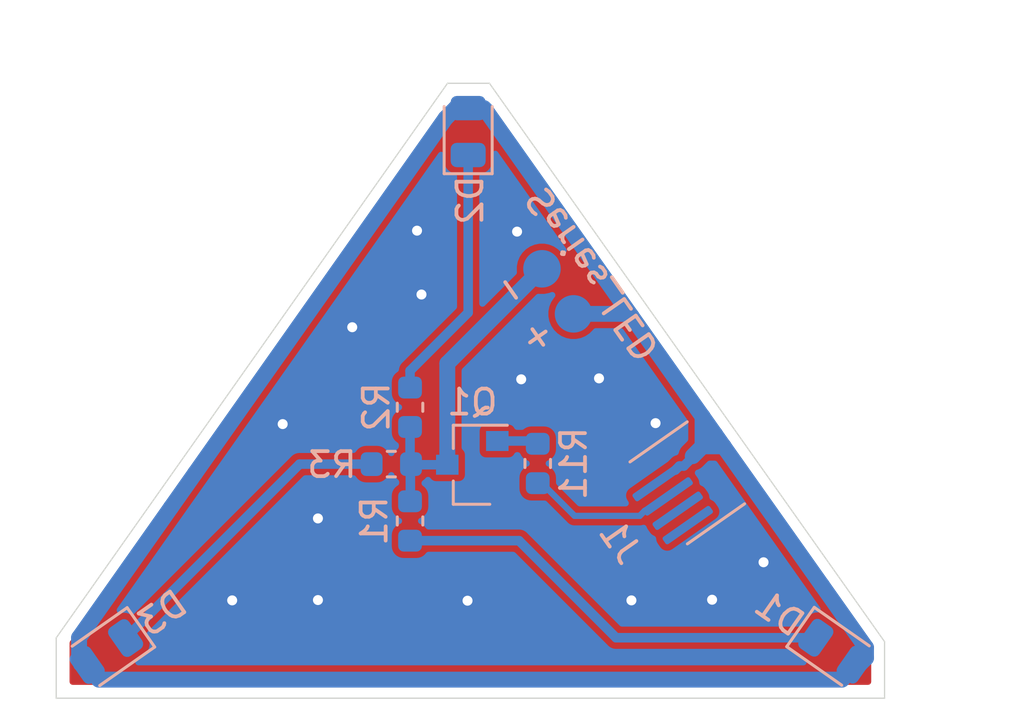
<source format=kicad_pcb>
(kicad_pcb (version 20171130) (host pcbnew "(5.1.6)-1")

  (general
    (thickness 1.6)
    (drawings 12)
    (tracks 80)
    (zones 0)
    (modules 10)
    (nets 11)
  )

  (page A4)
  (layers
    (0 F.Cu signal)
    (31 B.Cu signal)
    (32 B.Adhes user)
    (33 F.Adhes user)
    (34 B.Paste user)
    (35 F.Paste user)
    (36 B.SilkS user)
    (37 F.SilkS user)
    (38 B.Mask user)
    (39 F.Mask user)
    (40 Dwgs.User user)
    (41 Cmts.User user)
    (42 Eco1.User user)
    (43 Eco2.User user)
    (44 Edge.Cuts user)
    (45 Margin user)
    (46 B.CrtYd user)
    (47 F.CrtYd user)
    (48 B.Fab user hide)
    (49 F.Fab user hide)
  )

  (setup
    (last_trace_width 0.635)
    (user_trace_width 0.381)
    (user_trace_width 0.635)
    (user_trace_width 0.762)
    (trace_clearance 0.2)
    (zone_clearance 0.254)
    (zone_45_only no)
    (trace_min 0.2)
    (via_size 0.8)
    (via_drill 0.4)
    (via_min_size 0.4)
    (via_min_drill 0.3)
    (uvia_size 0.3)
    (uvia_drill 0.1)
    (uvias_allowed no)
    (uvia_min_size 0.2)
    (uvia_min_drill 0.1)
    (edge_width 0.05)
    (segment_width 0.2)
    (pcb_text_width 0.3)
    (pcb_text_size 1.5 1.5)
    (mod_edge_width 0.12)
    (mod_text_size 1 1)
    (mod_text_width 0.15)
    (pad_size 1.524 1.524)
    (pad_drill 0.762)
    (pad_to_mask_clearance 0.05)
    (aux_axis_origin 0 0)
    (visible_elements 7FFFFFFF)
    (pcbplotparams
      (layerselection 0x010fc_ffffffff)
      (usegerberextensions true)
      (usegerberattributes false)
      (usegerberadvancedattributes false)
      (creategerberjobfile false)
      (excludeedgelayer true)
      (linewidth 0.100000)
      (plotframeref false)
      (viasonmask false)
      (mode 1)
      (useauxorigin false)
      (hpglpennumber 1)
      (hpglpenspeed 20)
      (hpglpendiameter 15.000000)
      (psnegative false)
      (psa4output false)
      (plotreference true)
      (plotvalue true)
      (plotinvisibletext false)
      (padsonsilk false)
      (subtractmaskfromsilk false)
      (outputformat 1)
      (mirror false)
      (drillshape 0)
      (scaleselection 1)
      (outputdirectory "LED_A1.0-gerber/"))
  )

  (net 0 "")
  (net 1 +5V)
  (net 2 /LED_R)
  (net 3 /LED_G)
  (net 4 /LED_B)
  (net 5 Earth)
  (net 6 /LED_G_O)
  (net 7 "Net-(D1-Pad1)")
  (net 8 "Net-(D2-Pad1)")
  (net 9 "Net-(D3-Pad1)")
  (net 10 "Net-(Q1-Pad1)")

  (net_class Default "This is the default net class."
    (clearance 0.2)
    (trace_width 0.25)
    (via_dia 0.8)
    (via_drill 0.4)
    (uvia_dia 0.3)
    (uvia_drill 0.1)
    (add_net +5V)
    (add_net /LED_B)
    (add_net /LED_G)
    (add_net /LED_G_O)
    (add_net /LED_R)
    (add_net Earth)
    (add_net "Net-(D1-Pad1)")
    (add_net "Net-(D2-Pad1)")
    (add_net "Net-(D3-Pad1)")
    (add_net "Net-(Q1-Pad1)")
  )

  (module SamacSys_Parts:Pad-2.2mm_1.5x1.5 (layer B.Cu) (tedit 5F70705C) (tstamp 5FE1F34C)
    (at 40.5257 22.7203 125)
    (path /5FE1F44E)
    (fp_text reference J2 (at 0.127 -4.953 -55) (layer B.SilkS) hide
      (effects (font (size 1 1) (thickness 0.15)) (justify mirror))
    )
    (fp_text value series_LED (at 1.27 -2.413 -55) (layer B.Fab)
      (effects (font (size 1 1) (thickness 0.15)) (justify mirror))
    )
    (fp_circle (center -1.1 0) (end -0.3 0) (layer B.Fab) (width 0.12))
    (fp_circle (center 1.1 0) (end 1.9 0) (layer B.Fab) (width 0.12))
    (pad 1 smd circle (at -1.1 0 125) (size 1.5 1.5) (layers B.Cu B.Paste B.Mask)
      (net 1 +5V))
    (pad 2 smd circle (at 1.1 0 125) (size 1.5 1.5) (layers B.Cu B.Paste B.Mask)
      (net 6 /LED_G_O))
  )

  (module Resistor_SMD:R_0603_1608Metric (layer B.Cu) (tedit 5B301BBD) (tstamp 5FE0CD17)
    (at 33.8709 29.6291 180)
    (descr "Resistor SMD 0603 (1608 Metric), square (rectangular) end terminal, IPC_7351 nominal, (Body size source: http://www.tortai-tech.com/upload/download/2011102023233369053.pdf), generated with kicad-footprint-generator")
    (tags resistor)
    (path /5FD27695)
    (attr smd)
    (fp_text reference R3 (at 2.3749 -0.0254 180) (layer B.SilkS)
      (effects (font (size 1 1) (thickness 0.15)) (justify mirror))
    )
    (fp_text value 470R (at 0 -1.429999 180) (layer B.Fab)
      (effects (font (size 1 1) (thickness 0.15)) (justify mirror))
    )
    (fp_line (start -0.8 -0.4) (end -0.8 0.4) (layer B.Fab) (width 0.1))
    (fp_line (start -0.8 0.4) (end 0.8 0.4) (layer B.Fab) (width 0.1))
    (fp_line (start 0.8 0.4) (end 0.8 -0.4) (layer B.Fab) (width 0.1))
    (fp_line (start 0.8 -0.4) (end -0.8 -0.4) (layer B.Fab) (width 0.1))
    (fp_line (start -0.162779 0.51) (end 0.162779 0.51) (layer B.SilkS) (width 0.12))
    (fp_line (start -0.162779 -0.51) (end 0.162779 -0.51) (layer B.SilkS) (width 0.12))
    (fp_line (start -1.48 -0.73) (end -1.48 0.73) (layer B.CrtYd) (width 0.05))
    (fp_line (start -1.48 0.73) (end 1.48 0.73) (layer B.CrtYd) (width 0.05))
    (fp_line (start 1.48 0.73) (end 1.48 -0.73) (layer B.CrtYd) (width 0.05))
    (fp_line (start 1.48 -0.73) (end -1.48 -0.73) (layer B.CrtYd) (width 0.05))
    (fp_text user %R (at 0 0 180) (layer B.Fab)
      (effects (font (size 0.4 0.4) (thickness 0.06)) (justify mirror))
    )
    (pad 2 smd roundrect (at 0.7875 0 180) (size 0.875 0.95) (layers B.Cu B.Paste B.Mask) (roundrect_rratio 0.25)
      (net 9 "Net-(D3-Pad1)"))
    (pad 1 smd roundrect (at -0.7875 0 180) (size 0.875 0.95) (layers B.Cu B.Paste B.Mask) (roundrect_rratio 0.25)
      (net 6 /LED_G_O))
    (model ${KISYS3DMOD}/Resistor_SMD.3dshapes/R_0603_1608Metric.wrl
      (at (xyz 0 0 0))
      (scale (xyz 1 1 1))
      (rotate (xyz 0 0 0))
    )
  )

  (module Resistor_SMD:R_0603_1608Metric (layer B.Cu) (tedit 5B301BBD) (tstamp 5FE0CD06)
    (at 34.6202 27.3558 90)
    (descr "Resistor SMD 0603 (1608 Metric), square (rectangular) end terminal, IPC_7351 nominal, (Body size source: http://www.tortai-tech.com/upload/download/2011102023233369053.pdf), generated with kicad-footprint-generator")
    (tags resistor)
    (path /5FD27169)
    (attr smd)
    (fp_text reference R2 (at 0.0127 -1.3462 270) (layer B.SilkS)
      (effects (font (size 1 1) (thickness 0.15)) (justify mirror))
    )
    (fp_text value 470R (at 0 -1.43 270) (layer B.Fab)
      (effects (font (size 1 1) (thickness 0.15)) (justify mirror))
    )
    (fp_line (start -0.8 -0.4) (end -0.8 0.4) (layer B.Fab) (width 0.1))
    (fp_line (start -0.8 0.4) (end 0.8 0.4) (layer B.Fab) (width 0.1))
    (fp_line (start 0.8 0.4) (end 0.8 -0.4) (layer B.Fab) (width 0.1))
    (fp_line (start 0.8 -0.4) (end -0.8 -0.4) (layer B.Fab) (width 0.1))
    (fp_line (start -0.162779 0.51) (end 0.162779 0.51) (layer B.SilkS) (width 0.12))
    (fp_line (start -0.162779 -0.51) (end 0.162779 -0.51) (layer B.SilkS) (width 0.12))
    (fp_line (start -1.48 -0.73) (end -1.48 0.73) (layer B.CrtYd) (width 0.05))
    (fp_line (start -1.48 0.73) (end 1.48 0.73) (layer B.CrtYd) (width 0.05))
    (fp_line (start 1.48 0.73) (end 1.48 -0.73) (layer B.CrtYd) (width 0.05))
    (fp_line (start 1.48 -0.73) (end -1.48 -0.73) (layer B.CrtYd) (width 0.05))
    (fp_text user %R (at 0 0 270) (layer B.Fab)
      (effects (font (size 0.4 0.4) (thickness 0.06)) (justify mirror))
    )
    (pad 2 smd roundrect (at 0.7875 0 90) (size 0.875 0.95) (layers B.Cu B.Paste B.Mask) (roundrect_rratio 0.25)
      (net 8 "Net-(D2-Pad1)"))
    (pad 1 smd roundrect (at -0.7875 0 90) (size 0.875 0.95) (layers B.Cu B.Paste B.Mask) (roundrect_rratio 0.25)
      (net 6 /LED_G_O))
    (model ${KISYS3DMOD}/Resistor_SMD.3dshapes/R_0603_1608Metric.wrl
      (at (xyz 0 0 0))
      (scale (xyz 1 1 1))
      (rotate (xyz 0 0 0))
    )
  )

  (module Resistor_SMD:R_0603_1608Metric (layer B.Cu) (tedit 5B301BBD) (tstamp 5FE0CCF5)
    (at 34.6202 31.9024 270)
    (descr "Resistor SMD 0603 (1608 Metric), square (rectangular) end terminal, IPC_7351 nominal, (Body size source: http://www.tortai-tech.com/upload/download/2011102023233369053.pdf), generated with kicad-footprint-generator")
    (tags resistor)
    (path /5FD155E6)
    (attr smd)
    (fp_text reference R1 (at 0 1.43 90) (layer B.SilkS)
      (effects (font (size 1 1) (thickness 0.15)) (justify mirror))
    )
    (fp_text value 470R (at 0 -1.43 90) (layer B.Fab)
      (effects (font (size 1 1) (thickness 0.15)) (justify mirror))
    )
    (fp_line (start -0.8 -0.4) (end -0.8 0.4) (layer B.Fab) (width 0.1))
    (fp_line (start -0.8 0.4) (end 0.8 0.4) (layer B.Fab) (width 0.1))
    (fp_line (start 0.8 0.4) (end 0.8 -0.4) (layer B.Fab) (width 0.1))
    (fp_line (start 0.8 -0.4) (end -0.8 -0.4) (layer B.Fab) (width 0.1))
    (fp_line (start -0.162779 0.51) (end 0.162779 0.51) (layer B.SilkS) (width 0.12))
    (fp_line (start -0.162779 -0.51) (end 0.162779 -0.51) (layer B.SilkS) (width 0.12))
    (fp_line (start -1.48 -0.73) (end -1.48 0.73) (layer B.CrtYd) (width 0.05))
    (fp_line (start -1.48 0.73) (end 1.48 0.73) (layer B.CrtYd) (width 0.05))
    (fp_line (start 1.48 0.73) (end 1.48 -0.73) (layer B.CrtYd) (width 0.05))
    (fp_line (start 1.48 -0.73) (end -1.48 -0.73) (layer B.CrtYd) (width 0.05))
    (fp_text user %R (at 0 0 90) (layer B.Fab)
      (effects (font (size 0.4 0.4) (thickness 0.06)) (justify mirror))
    )
    (pad 2 smd roundrect (at 0.7875 0 270) (size 0.875 0.95) (layers B.Cu B.Paste B.Mask) (roundrect_rratio 0.25)
      (net 7 "Net-(D1-Pad1)"))
    (pad 1 smd roundrect (at -0.7875 0 270) (size 0.875 0.95) (layers B.Cu B.Paste B.Mask) (roundrect_rratio 0.25)
      (net 6 /LED_G_O))
    (model ${KISYS3DMOD}/Resistor_SMD.3dshapes/R_0603_1608Metric.wrl
      (at (xyz 0 0 0))
      (scale (xyz 1 1 1))
      (rotate (xyz 0 0 0))
    )
  )

  (module Resistor_SMD:R_0603_1608Metric (layer B.Cu) (tedit 5B301BBD) (tstamp 5FE0C8E0)
    (at 39.7256 29.6037 270)
    (descr "Resistor SMD 0603 (1608 Metric), square (rectangular) end terminal, IPC_7351 nominal, (Body size source: http://www.tortai-tech.com/upload/download/2011102023233369053.pdf), generated with kicad-footprint-generator")
    (tags resistor)
    (path /5FD67172)
    (attr smd)
    (fp_text reference R11 (at 0 -1.4351 270) (layer B.SilkS)
      (effects (font (size 1 1) (thickness 0.15)) (justify mirror))
    )
    (fp_text value 1K (at 0 -1.43 270) (layer B.Fab)
      (effects (font (size 1 1) (thickness 0.15)) (justify mirror))
    )
    (fp_line (start -0.8 -0.4) (end -0.8 0.4) (layer B.Fab) (width 0.1))
    (fp_line (start -0.8 0.4) (end 0.8 0.4) (layer B.Fab) (width 0.1))
    (fp_line (start 0.8 0.4) (end 0.8 -0.4) (layer B.Fab) (width 0.1))
    (fp_line (start 0.8 -0.4) (end -0.8 -0.4) (layer B.Fab) (width 0.1))
    (fp_line (start -0.162779 0.51) (end 0.162779 0.51) (layer B.SilkS) (width 0.12))
    (fp_line (start -0.162779 -0.51) (end 0.162779 -0.51) (layer B.SilkS) (width 0.12))
    (fp_line (start -1.48 -0.73) (end -1.48 0.73) (layer B.CrtYd) (width 0.05))
    (fp_line (start -1.48 0.73) (end 1.48 0.73) (layer B.CrtYd) (width 0.05))
    (fp_line (start 1.48 0.73) (end 1.48 -0.73) (layer B.CrtYd) (width 0.05))
    (fp_line (start 1.48 -0.73) (end -1.48 -0.73) (layer B.CrtYd) (width 0.05))
    (fp_text user %R (at 0 0 270) (layer B.Fab)
      (effects (font (size 0.4 0.4) (thickness 0.06)) (justify mirror))
    )
    (pad 2 smd roundrect (at 0.7875 0 270) (size 0.875 0.95) (layers B.Cu B.Paste B.Mask) (roundrect_rratio 0.25)
      (net 3 /LED_G))
    (pad 1 smd roundrect (at -0.7875 0 270) (size 0.875 0.95) (layers B.Cu B.Paste B.Mask) (roundrect_rratio 0.25)
      (net 10 "Net-(Q1-Pad1)"))
    (model ${KISYS3DMOD}/Resistor_SMD.3dshapes/R_0603_1608Metric.wrl
      (at (xyz 0 0 0))
      (scale (xyz 1 1 1))
      (rotate (xyz 0 0 0))
    )
  )

  (module Package_TO_SOT_SMD:SOT-23 (layer B.Cu) (tedit 5A02FF57) (tstamp 5FE0C89F)
    (at 37.1094 29.6545 180)
    (descr "SOT-23, Standard")
    (tags SOT-23)
    (path /5FE0C886)
    (attr smd)
    (fp_text reference Q1 (at 0 2.5 180) (layer B.SilkS)
      (effects (font (size 1 1) (thickness 0.15)) (justify mirror))
    )
    (fp_text value SS8050 (at 0 -2.5 180) (layer B.Fab)
      (effects (font (size 1 1) (thickness 0.15)) (justify mirror))
    )
    (fp_line (start -0.7 0.95) (end -0.7 -1.5) (layer B.Fab) (width 0.1))
    (fp_line (start -0.15 1.52) (end 0.7 1.52) (layer B.Fab) (width 0.1))
    (fp_line (start -0.7 0.95) (end -0.15 1.52) (layer B.Fab) (width 0.1))
    (fp_line (start 0.7 1.52) (end 0.7 -1.52) (layer B.Fab) (width 0.1))
    (fp_line (start -0.7 -1.52) (end 0.7 -1.52) (layer B.Fab) (width 0.1))
    (fp_line (start 0.76 -1.58) (end 0.76 -0.65) (layer B.SilkS) (width 0.12))
    (fp_line (start 0.76 1.58) (end 0.76 0.65) (layer B.SilkS) (width 0.12))
    (fp_line (start -1.7 1.75) (end 1.7 1.75) (layer B.CrtYd) (width 0.05))
    (fp_line (start 1.7 1.75) (end 1.7 -1.75) (layer B.CrtYd) (width 0.05))
    (fp_line (start 1.7 -1.75) (end -1.7 -1.75) (layer B.CrtYd) (width 0.05))
    (fp_line (start -1.7 -1.75) (end -1.7 1.75) (layer B.CrtYd) (width 0.05))
    (fp_line (start 0.76 1.58) (end -1.4 1.58) (layer B.SilkS) (width 0.12))
    (fp_line (start 0.76 -1.58) (end -0.7 -1.58) (layer B.SilkS) (width 0.12))
    (fp_text user %R (at 0 0 90) (layer B.Fab)
      (effects (font (size 0.5 0.5) (thickness 0.075)) (justify mirror))
    )
    (pad 3 smd rect (at 1 0 180) (size 0.9 0.8) (layers B.Cu B.Paste B.Mask)
      (net 6 /LED_G_O))
    (pad 2 smd rect (at -1 -0.95 180) (size 0.9 0.8) (layers B.Cu B.Paste B.Mask)
      (net 5 Earth))
    (pad 1 smd rect (at -1 0.95 180) (size 0.9 0.8) (layers B.Cu B.Paste B.Mask)
      (net 10 "Net-(Q1-Pad1)"))
    (model ${KISYS3DMOD}/Package_TO_SOT_SMD.3dshapes/SOT-23.wrl
      (at (xyz 0 0 0))
      (scale (xyz 1 1 1))
      (rotate (xyz 0 0 0))
    )
  )

  (module LED_SMD:LED_0805_2012Metric (layer B.Cu) (tedit 5B36C52C) (tstamp 5FE0C876)
    (at 22.479 37.1221 215)
    (descr "LED SMD 0805 (2012 Metric), square (rectangular) end terminal, IPC_7351 nominal, (Body size source: https://docs.google.com/spreadsheets/d/1BsfQQcO9C6DZCsRaXUlFlo91Tg2WpOkGARC1WS5S8t0/edit?usp=sharing), generated with kicad-footprint-generator")
    (tags diode)
    (path /5FE09724)
    (attr smd)
    (fp_text reference D3 (at -2.715502 -0.040955 35) (layer B.SilkS)
      (effects (font (size 1 1) (thickness 0.15)) (justify mirror))
    )
    (fp_text value LED (at 0 -1.65 35) (layer B.Fab)
      (effects (font (size 1 1) (thickness 0.15)) (justify mirror))
    )
    (fp_line (start 1 0.6) (end -0.7 0.6) (layer B.Fab) (width 0.1))
    (fp_line (start -0.7 0.6) (end -1 0.3) (layer B.Fab) (width 0.1))
    (fp_line (start -1 0.3) (end -1 -0.6) (layer B.Fab) (width 0.1))
    (fp_line (start -1 -0.6) (end 1 -0.6) (layer B.Fab) (width 0.1))
    (fp_line (start 1 -0.6) (end 1 0.6) (layer B.Fab) (width 0.1))
    (fp_line (start 1 0.96) (end -1.685 0.96) (layer B.SilkS) (width 0.12))
    (fp_line (start -1.685 0.96) (end -1.685 -0.96) (layer B.SilkS) (width 0.12))
    (fp_line (start -1.685 -0.96) (end 1 -0.96) (layer B.SilkS) (width 0.12))
    (fp_line (start -1.68 -0.95) (end -1.68 0.95) (layer B.CrtYd) (width 0.05))
    (fp_line (start -1.68 0.95) (end 1.68 0.95) (layer B.CrtYd) (width 0.05))
    (fp_line (start 1.68 0.95) (end 1.68 -0.95) (layer B.CrtYd) (width 0.05))
    (fp_line (start 1.68 -0.95) (end -1.68 -0.95) (layer B.CrtYd) (width 0.05))
    (fp_text user %R (at 0 0 35) (layer B.Fab)
      (effects (font (size 0.5 0.5) (thickness 0.08)) (justify mirror))
    )
    (pad 2 smd roundrect (at 0.9375 0 215) (size 0.975 1.4) (layers B.Cu B.Paste B.Mask) (roundrect_rratio 0.25)
      (net 1 +5V))
    (pad 1 smd roundrect (at -0.9375 0 215) (size 0.975 1.4) (layers B.Cu B.Paste B.Mask) (roundrect_rratio 0.25)
      (net 9 "Net-(D3-Pad1)"))
    (model ${KISYS3DMOD}/LED_SMD.3dshapes/LED_0805_2012Metric.wrl
      (at (xyz 0 0 0))
      (scale (xyz 1 1 1))
      (rotate (xyz 0 0 0))
    )
  )

  (module LED_SMD:LED_0805_2012Metric (layer B.Cu) (tedit 5B36C52C) (tstamp 5FE0C863)
    (at 36.9443 16.3322 90)
    (descr "LED SMD 0805 (2012 Metric), square (rectangular) end terminal, IPC_7351 nominal, (Body size source: https://docs.google.com/spreadsheets/d/1BsfQQcO9C6DZCsRaXUlFlo91Tg2WpOkGARC1WS5S8t0/edit?usp=sharing), generated with kicad-footprint-generator")
    (tags diode)
    (path /5FE09345)
    (attr smd)
    (fp_text reference D2 (at -2.7432 0.0762 270) (layer B.SilkS)
      (effects (font (size 1 1) (thickness 0.15)) (justify mirror))
    )
    (fp_text value LED (at 0 -1.65 270) (layer B.Fab)
      (effects (font (size 1 1) (thickness 0.15)) (justify mirror))
    )
    (fp_line (start 1 0.6) (end -0.7 0.6) (layer B.Fab) (width 0.1))
    (fp_line (start -0.7 0.6) (end -1 0.3) (layer B.Fab) (width 0.1))
    (fp_line (start -1 0.3) (end -1 -0.6) (layer B.Fab) (width 0.1))
    (fp_line (start -1 -0.6) (end 1 -0.6) (layer B.Fab) (width 0.1))
    (fp_line (start 1 -0.6) (end 1 0.6) (layer B.Fab) (width 0.1))
    (fp_line (start 1 0.96) (end -1.685 0.96) (layer B.SilkS) (width 0.12))
    (fp_line (start -1.685 0.96) (end -1.685 -0.96) (layer B.SilkS) (width 0.12))
    (fp_line (start -1.685 -0.96) (end 1 -0.96) (layer B.SilkS) (width 0.12))
    (fp_line (start -1.68 -0.95) (end -1.68 0.95) (layer B.CrtYd) (width 0.05))
    (fp_line (start -1.68 0.95) (end 1.68 0.95) (layer B.CrtYd) (width 0.05))
    (fp_line (start 1.68 0.95) (end 1.68 -0.95) (layer B.CrtYd) (width 0.05))
    (fp_line (start 1.68 -0.95) (end -1.68 -0.95) (layer B.CrtYd) (width 0.05))
    (fp_text user %R (at 0 0 270) (layer B.Fab)
      (effects (font (size 0.5 0.5) (thickness 0.08)) (justify mirror))
    )
    (pad 2 smd roundrect (at 0.9375 0 90) (size 0.975 1.4) (layers B.Cu B.Paste B.Mask) (roundrect_rratio 0.25)
      (net 1 +5V))
    (pad 1 smd roundrect (at -0.9375 0 90) (size 0.975 1.4) (layers B.Cu B.Paste B.Mask) (roundrect_rratio 0.25)
      (net 8 "Net-(D2-Pad1)"))
    (model ${KISYS3DMOD}/LED_SMD.3dshapes/LED_0805_2012Metric.wrl
      (at (xyz 0 0 0))
      (scale (xyz 1 1 1))
      (rotate (xyz 0 0 0))
    )
  )

  (module LED_SMD:LED_0805_2012Metric (layer B.Cu) (tedit 5B36C52C) (tstamp 5FE10BBD)
    (at 51.6128 37.1094 325)
    (descr "LED SMD 0805 (2012 Metric), square (rectangular) end terminal, IPC_7351 nominal, (Body size source: https://docs.google.com/spreadsheets/d/1BsfQQcO9C6DZCsRaXUlFlo91Tg2WpOkGARC1WS5S8t0/edit?usp=sharing), generated with kicad-footprint-generator")
    (tags diode)
    (path /5FE08357)
    (attr smd)
    (fp_text reference D1 (at -2.680127 0.047192 325) (layer B.SilkS)
      (effects (font (size 1 1) (thickness 0.15)) (justify mirror))
    )
    (fp_text value LED (at 0 -1.65 325) (layer B.Fab)
      (effects (font (size 1 1) (thickness 0.15)) (justify mirror))
    )
    (fp_line (start 1 0.6) (end -0.7 0.6) (layer B.Fab) (width 0.1))
    (fp_line (start -0.7 0.6) (end -1 0.3) (layer B.Fab) (width 0.1))
    (fp_line (start -1 0.3) (end -1 -0.6) (layer B.Fab) (width 0.1))
    (fp_line (start -1 -0.6) (end 1 -0.6) (layer B.Fab) (width 0.1))
    (fp_line (start 1 -0.6) (end 1 0.6) (layer B.Fab) (width 0.1))
    (fp_line (start 1 0.96) (end -1.685 0.96) (layer B.SilkS) (width 0.12))
    (fp_line (start -1.685 0.96) (end -1.685 -0.96) (layer B.SilkS) (width 0.12))
    (fp_line (start -1.685 -0.96) (end 1 -0.96) (layer B.SilkS) (width 0.12))
    (fp_line (start -1.68 -0.95) (end -1.68 0.95) (layer B.CrtYd) (width 0.05))
    (fp_line (start -1.68 0.95) (end 1.68 0.95) (layer B.CrtYd) (width 0.05))
    (fp_line (start 1.68 0.95) (end 1.68 -0.95) (layer B.CrtYd) (width 0.05))
    (fp_line (start 1.68 -0.95) (end -1.68 -0.95) (layer B.CrtYd) (width 0.05))
    (fp_text user %R (at 0 0 325) (layer B.Fab)
      (effects (font (size 0.5 0.5) (thickness 0.08)) (justify mirror))
    )
    (pad 2 smd roundrect (at 0.9375 0 325) (size 0.975 1.4) (layers B.Cu B.Paste B.Mask) (roundrect_rratio 0.25)
      (net 1 +5V))
    (pad 1 smd roundrect (at -0.9375 0 325) (size 0.975 1.4) (layers B.Cu B.Paste B.Mask) (roundrect_rratio 0.25)
      (net 7 "Net-(D1-Pad1)"))
    (model ${KISYS3DMOD}/LED_SMD.3dshapes/LED_0805_2012Metric.wrl
      (at (xyz 0 0 0))
      (scale (xyz 1 1 1))
      (rotate (xyz 0 0 0))
    )
  )

  (module SamacSys_Parts:FPC-0.7x5-Handsoldering (layer B.Cu) (tedit 5FCDE6A3) (tstamp 5FCF5916)
    (at 44.9072 30.8991 305)
    (path /5FCE2E5B)
    (fp_text reference J1 (at 0.436299 2.593718 305) (layer B.SilkS)
      (effects (font (size 1 1) (thickness 0.15)) (justify mirror))
    )
    (fp_text value Conn_01x05 (at 2.4765 0.5 305) (layer B.Fab)
      (effects (font (size 1 1) (thickness 0.15)) (justify mirror))
    )
    (fp_line (start 2.032 -2.3495) (end 2.032 0.4445) (layer B.SilkS) (width 0.12))
    (fp_line (start -1.9685 -2.3495) (end -1.9685 0.4445) (layer B.SilkS) (width 0.12))
    (pad 4 smd roundrect (at 0.7265 0 305) (size 0.35 2.3) (layers B.Cu B.Paste B.Mask) (roundrect_rratio 0.25)
      (net 2 /LED_R))
    (pad 3 smd roundrect (at 0.0265 0 305) (size 0.35 2.3) (layers B.Cu B.Paste B.Mask) (roundrect_rratio 0.25)
      (net 3 /LED_G))
    (pad 2 smd roundrect (at -0.6735 0 305) (size 0.35 2.3) (layers B.Cu B.Paste B.Mask) (roundrect_rratio 0.25)
      (net 1 +5V))
    (pad 5 smd roundrect (at 1.4265 0 305) (size 0.35 2.3) (layers B.Cu B.Paste B.Mask) (roundrect_rratio 0.25)
      (net 4 /LED_B))
    (pad 1 smd roundrect (at -1.3735 0 305) (size 0.35 2.3) (layers B.Cu B.Paste B.Mask) (roundrect_rratio 0.25)
      (net 5 Earth))
  )

  (gr_text Series_LED (at 41.9227 22.0218 125) (layer B.SilkS)
    (effects (font (size 1 1) (thickness 0.15)) (justify mirror))
  )
  (gr_text - (at 38.5826 22.7076 125) (layer B.SilkS) (tstamp 5FE1FA1C)
    (effects (font (size 1 1) (thickness 0.15)) (justify mirror))
  )
  (gr_text + (at 39.6875 24.4856 35) (layer B.SilkS)
    (effects (font (size 1 1) (thickness 0.15)) (justify mirror))
  )
  (gr_line (start 36.1188 14.4018) (end 37.7952 14.4018) (layer Edge.Cuts) (width 0.05))
  (gr_line (start 53.594 38.989) (end 53.594 36.7284) (layer Edge.Cuts) (width 0.05))
  (gr_line (start 20.4724 36.576) (end 20.4724 38.989) (layer Edge.Cuts) (width 0.05))
  (gr_line (start 20.4724 38.989) (end 53.594 38.989) (layer Edge.Cuts) (width 0.05) (tstamp 5FCEDBFC))
  (gr_line (start 53.594 36.7284) (end 37.7952 14.4018) (layer Edge.Cuts) (width 0.05) (tstamp 5FCEDBF8))
  (gr_line (start 20.4724 36.576) (end 36.1188 14.4018) (layer Edge.Cuts) (width 0.05) (tstamp 5FCEDBEF))
  (gr_line (start 22 37.338) (end 36.957 16.0655) (layer Cmts.User) (width 0.05) (tstamp 5FCE8731))
  (gr_line (start 52 37.338) (end 36.957 16.0655) (layer Cmts.User) (width 0.05) (tstamp 5FCE7F3F))
  (gr_line (start 22 37.338) (end 52 37.338) (layer Cmts.User) (width 0.05))

  (segment (start 21.336 37.7626) (end 21.2964 37.723) (width 0.25) (layer B.Cu) (net 1))
  (segment (start 52.522872 37.710628) (end 52.85149 37.38201) (width 0.635) (layer B.Cu) (net 1))
  (segment (start 52.380755 37.710628) (end 52.522872 37.710628) (width 0.635) (layer B.Cu) (net 1))
  (segment (start 52.85149 37.38201) (end 52.85149 36.964537) (width 0.635) (layer B.Cu) (net 1))
  (segment (start 52.85149 36.964537) (end 51.095292 34.482707) (width 0.635) (layer B.Cu) (net 1))
  (segment (start 36.4467 15.3947) (end 36.9443 15.3947) (width 0.635) (layer B.Cu) (net 1))
  (segment (start 26.027542 29.99109) (end 36.03989 15.80151) (width 0.635) (layer B.Cu) (net 1))
  (segment (start 36.4467 15.3947) (end 36.03989 15.80151) (width 0.635) (layer B.Cu) (net 1))
  (segment (start 36.9443 15.3947) (end 37.5689 15.3947) (width 0.635) (layer B.Cu) (net 1))
  (segment (start 37.5689 15.3947) (end 37.634887 15.460687) (width 0.635) (layer B.Cu) (net 1))
  (segment (start 21.3868 36.567984) (end 21.3868 37.335583) (width 0.635) (layer B.Cu) (net 1))
  (segment (start 25.064231 31.356301) (end 21.3868 36.567984) (width 0.635) (layer B.Cu) (net 1))
  (segment (start 21.7678 37.8333) (end 21.7678 37.6047) (width 0.635) (layer B.Cu) (net 1))
  (segment (start 52.3875 37.7444) (end 51.88541 38.24649) (width 0.635) (layer B.Cu) (net 1))
  (segment (start 22.18099 38.24649) (end 21.7678 37.8333) (width 0.635) (layer B.Cu) (net 1))
  (segment (start 51.88541 38.24649) (end 22.18099 38.24649) (width 0.635) (layer B.Cu) (net 1))
  (segment (start 25.064231 31.356301) (end 26.027542 29.991089) (width 0.635) (layer B.Cu) (net 1))
  (segment (start 46.819695 28.440505) (end 46.794295 28.440505) (width 0.635) (layer B.Cu) (net 1))
  (segment (start 46.794295 28.440505) (end 46.3169 28.9179) (width 0.635) (layer B.Cu) (net 1))
  (segment (start 47.161775 28.923925) (end 46.819695 28.440505) (width 0.635) (layer B.Cu) (net 1))
  (segment (start 47.15575 28.9179) (end 47.161775 28.923925) (width 0.635) (layer B.Cu) (net 1))
  (segment (start 51.095292 34.482707) (end 47.161775 28.923925) (width 0.635) (layer B.Cu) (net 1))
  (segment (start 46.3169 28.9179) (end 47.15575 28.9179) (width 0.635) (layer B.Cu) (net 1))
  (segment (start 46.3169 27.726786) (end 46.309207 27.719093) (width 0.635) (layer B.Cu) (net 1))
  (segment (start 46.819695 28.440505) (end 46.309207 27.719093) (width 0.635) (layer B.Cu) (net 1))
  (segment (start 46.3169 28.9179) (end 46.3169 27.726786) (width 0.635) (layer B.Cu) (net 1))
  (segment (start 46.3169 28.9179) (end 45.9232 29.3116) (width 0.635) (layer B.Cu) (net 1))
  (segment (start 45.3898 29.7053) (end 45.2247 29.8704) (width 0.381) (layer B.Cu) (net 1))
  (segment (start 46.1137 29.1592) (end 45.5676 29.7053) (width 0.381) (layer B.Cu) (net 1))
  (segment (start 45.5676 29.7053) (end 45.3898 29.7053) (width 0.381) (layer B.Cu) (net 1))
  (segment (start 43.383529 23.621367) (end 43.472581 23.710419) (width 0.635) (layer B.Cu) (net 1))
  (segment (start 41.156634 23.621367) (end 43.383529 23.621367) (width 0.635) (layer B.Cu) (net 1))
  (segment (start 46.309207 27.719093) (end 43.472581 23.710419) (width 0.635) (layer B.Cu) (net 1))
  (segment (start 43.472581 23.710419) (end 37.634887 15.460687) (width 0.635) (layer B.Cu) (net 1))
  (segment (start 41.1987 31.6992) (end 39.751 30.2515) (width 0.25) (layer B.Cu) (net 3))
  (segment (start 43.8023 31.6992) (end 41.1987 31.6992) (width 0.25) (layer B.Cu) (net 3))
  (segment (start 44.1706 31.496) (end 44.0055 31.496) (width 0.25) (layer B.Cu) (net 3))
  (segment (start 44.0055 31.496) (end 43.8023 31.6992) (width 0.25) (layer B.Cu) (net 3))
  (via (at 48.7553 33.5534) (size 0.8) (drill 0.4) (layers F.Cu B.Cu) (net 5))
  (via (at 46.6979 35.052) (size 0.8) (drill 0.4) (layers F.Cu B.Cu) (net 5))
  (via (at 38.9001 20.3327) (size 0.8) (drill 0.4) (layers F.Cu B.Cu) (net 5))
  (via (at 34.8996 20.2946) (size 0.8) (drill 0.4) (layers F.Cu B.Cu) (net 5))
  (via (at 32.3088 24.1554) (size 0.8) (drill 0.4) (layers F.Cu B.Cu) (net 5))
  (via (at 29.5275 28.0289) (size 0.8) (drill 0.4) (layers F.Cu B.Cu) (net 5))
  (via (at 27.5082 35.0774) (size 0.8) (drill 0.4) (layers F.Cu B.Cu) (net 5) (tstamp 5FE11B50))
  (via (at 30.9372 35.0647) (size 0.8) (drill 0.4) (layers F.Cu B.Cu) (net 5) (tstamp 5FE11B53))
  (via (at 36.9189 35.0901) (size 0.8) (drill 0.4) (layers F.Cu B.Cu) (net 5) (tstamp 5FE11B55))
  (via (at 30.9372 31.8008) (size 0.8) (drill 0.4) (layers F.Cu B.Cu) (net 5) (tstamp 5FE11B57))
  (segment (start 44.119393 29.773995) (end 43.962205 29.773995) (width 0.381) (layer B.Cu) (net 5))
  (segment (start 44.119393 29.773995) (end 43.886005 29.773995) (width 0.381) (layer B.Cu) (net 5))
  (segment (start 43.886005 29.773995) (end 43.2689 30.3911) (width 0.381) (layer B.Cu) (net 5))
  (segment (start 43.2689 30.3911) (end 41.7195 30.3911) (width 0.381) (layer B.Cu) (net 5))
  (segment (start 45.0342 28.9179) (end 45.0342 28.0924) (width 0.381) (layer B.Cu) (net 5))
  (segment (start 44.119393 29.773995) (end 44.178105 29.773995) (width 0.381) (layer B.Cu) (net 5))
  (segment (start 44.178105 29.773995) (end 45.0342 28.9179) (width 0.381) (layer B.Cu) (net 5))
  (via (at 44.4373 27.9908) (size 0.8) (drill 0.4) (layers F.Cu B.Cu) (net 5) (tstamp 5FE11CBE))
  (via (at 43.4721 35.0774) (size 0.8) (drill 0.4) (layers F.Cu B.Cu) (net 5) (tstamp 5FE11CFE))
  (via (at 35.0774 22.8473) (size 0.8) (drill 0.4) (layers F.Cu B.Cu) (net 5) (tstamp 5FE11D39))
  (via (at 39.0652 26.2382) (size 0.8) (drill 0.4) (layers F.Cu B.Cu) (net 5) (tstamp 5FE1FA16))
  (via (at 42.1767 26.2001) (size 0.8) (drill 0.4) (layers F.Cu B.Cu) (net 5) (tstamp 5FE1FA18))
  (segment (start 34.6838 29.6545) (end 34.6584 29.6291) (width 0.381) (layer B.Cu) (net 6))
  (segment (start 36.1094 29.6545) (end 34.6838 29.6545) (width 0.381) (layer B.Cu) (net 6))
  (segment (start 34.6202 29.5909) (end 34.6584 29.6291) (width 0.381) (layer B.Cu) (net 6))
  (segment (start 34.6202 28.1306) (end 34.6202 29.5909) (width 0.381) (layer B.Cu) (net 6))
  (segment (start 34.6329 29.6546) (end 34.6584 29.6291) (width 0.381) (layer B.Cu) (net 6))
  (segment (start 34.6329 31.1149) (end 34.6329 29.6546) (width 0.381) (layer B.Cu) (net 6))
  (segment (start 36.1094 25.604599) (end 36.1094 29.6545) (width 0.635) (layer B.Cu) (net 6))
  (segment (start 39.894766 21.819233) (end 36.1094 25.604599) (width 0.635) (layer B.Cu) (net 6))
  (segment (start 34.6329 32.6899) (end 38.9764 32.6899) (width 0.381) (layer B.Cu) (net 7))
  (segment (start 42.858172 36.571672) (end 50.844845 36.571672) (width 0.381) (layer B.Cu) (net 7))
  (segment (start 38.9764 32.6899) (end 42.858172 36.571672) (width 0.381) (layer B.Cu) (net 7))
  (segment (start 34.6202 25.8953) (end 34.6202 26.5556) (width 0.381) (layer B.Cu) (net 8))
  (segment (start 36.9443 17.2697) (end 36.9443 23.5712) (width 0.381) (layer B.Cu) (net 8))
  (segment (start 36.9443 23.5712) (end 34.6202 25.8953) (width 0.381) (layer B.Cu) (net 8))
  (segment (start 30.202227 29.6291) (end 23.246955 36.584372) (width 0.381) (layer B.Cu) (net 9))
  (segment (start 33.0834 29.6291) (end 30.202227 29.6291) (width 0.381) (layer B.Cu) (net 9))
  (segment (start 39.7129 28.7146) (end 39.751 28.6765) (width 0.381) (layer B.Cu) (net 10))
  (segment (start 39.7129 28.829) (end 39.7129 28.7146) (width 0.381) (layer B.Cu) (net 10))
  (segment (start 38.1094 28.7045) (end 39.5884 28.7045) (width 0.381) (layer B.Cu) (net 10))
  (segment (start 39.5884 28.7045) (end 39.7129 28.829) (width 0.381) (layer B.Cu) (net 10))

  (zone (net 5) (net_name Earth) (layer B.Cu) (tstamp 5FE16240) (hatch edge 0.508)
    (connect_pads yes (clearance 0.254))
    (min_thickness 0.254)
    (fill yes (arc_segments 32) (thermal_gap 0.254) (thermal_bridge_width 0.508))
    (polygon
      (pts
        (xy 59.1185 11.2141) (xy 59.1693 39.9923) (xy 18.2245 39.9542) (xy 18.3134 11.0744)
      )
    )
    (filled_polygon
      (pts
        (xy 33.883851 30.11557) (xy 33.939444 30.219577) (xy 34.01426 30.31074) (xy 34.061401 30.349427) (xy 34.061401 30.379012)
        (xy 34.029723 30.395944) (xy 33.93856 30.47076) (xy 33.863744 30.561923) (xy 33.808151 30.66593) (xy 33.773916 30.778785)
        (xy 33.762357 30.89615) (xy 33.762357 31.33365) (xy 33.773916 31.451015) (xy 33.808151 31.56387) (xy 33.863744 31.667877)
        (xy 33.93856 31.75904) (xy 34.029723 31.833856) (xy 34.13373 31.889449) (xy 34.176423 31.9024) (xy 34.13373 31.915351)
        (xy 34.029723 31.970944) (xy 33.93856 32.04576) (xy 33.863744 32.136923) (xy 33.808151 32.24093) (xy 33.773916 32.353785)
        (xy 33.762357 32.47115) (xy 33.762357 32.90865) (xy 33.773916 33.026015) (xy 33.808151 33.13887) (xy 33.863744 33.242877)
        (xy 33.93856 33.33404) (xy 34.029723 33.408856) (xy 34.13373 33.464449) (xy 34.246585 33.498684) (xy 34.36395 33.510243)
        (xy 34.87645 33.510243) (xy 34.993815 33.498684) (xy 35.10667 33.464449) (xy 35.210677 33.408856) (xy 35.30184 33.33404)
        (xy 35.361454 33.2614) (xy 38.739678 33.2614) (xy 42.434206 36.955929) (xy 42.452105 36.977739) (xy 42.534553 37.045402)
        (xy 42.539127 37.049156) (xy 42.63841 37.102224) (xy 42.746138 37.134903) (xy 42.858172 37.145937) (xy 42.886246 37.143172)
        (xy 49.855727 37.143172) (xy 49.930854 37.238899) (xy 50.024084 37.318876) (xy 50.351294 37.54799) (xy 23.758644 37.54799)
        (xy 24.067716 37.331576) (xy 24.160946 37.251598) (xy 24.236781 37.154969) (xy 24.292308 37.045402) (xy 24.325392 36.927107)
        (xy 24.334762 36.804632) (xy 24.320058 36.682681) (xy 24.281846 36.565942) (xy 24.221593 36.458902) (xy 24.20473 36.434819)
        (xy 30.43895 30.2006) (xy 32.354301 30.2006) (xy 32.364444 30.219577) (xy 32.43926 30.31074) (xy 32.530423 30.385556)
        (xy 32.63443 30.441149) (xy 32.747285 30.475384) (xy 32.86465 30.486943) (xy 33.30215 30.486943) (xy 33.419515 30.475384)
        (xy 33.53237 30.441149) (xy 33.636377 30.385556) (xy 33.72754 30.31074) (xy 33.802356 30.219577) (xy 33.857949 30.11557)
        (xy 33.8709 30.072877)
      )
    )
    (filled_polygon
      (pts
        (xy 40.278129 22.900397) (xy 40.154355 23.085638) (xy 40.069098 23.291467) (xy 40.025634 23.509973) (xy 40.025634 23.732761)
        (xy 40.069098 23.951267) (xy 40.154355 24.157096) (xy 40.278129 24.342337) (xy 40.435664 24.499872) (xy 40.620905 24.623646)
        (xy 40.826734 24.708903) (xy 41.04524 24.752367) (xy 41.268028 24.752367) (xy 41.486534 24.708903) (xy 41.692363 24.623646)
        (xy 41.877604 24.499872) (xy 42.035139 24.342337) (xy 42.050153 24.319867) (xy 43.048148 24.319867) (xy 45.618401 27.952108)
        (xy 45.6184 28.628573) (xy 45.405026 28.841947) (xy 45.339609 28.921657) (xy 45.274749 29.043002) (xy 45.241346 29.153117)
        (xy 45.170038 29.174748) (xy 45.070755 29.227816) (xy 44.983733 29.299233) (xy 44.96583 29.321048) (xy 44.853065 29.433813)
        (xy 43.330581 30.499868) (xy 43.2606 30.559901) (xy 43.203676 30.632435) (xy 43.161996 30.714679) (xy 43.137162 30.803475)
        (xy 43.130128 30.89541) (xy 43.141165 30.986951) (xy 43.169849 31.074579) (xy 43.215076 31.154927) (xy 43.241875 31.1932)
        (xy 41.408292 31.1932) (xy 40.583443 30.368352) (xy 40.583443 30.17245) (xy 40.571884 30.055085) (xy 40.537649 29.94223)
        (xy 40.482056 29.838223) (xy 40.40724 29.74706) (xy 40.316077 29.672244) (xy 40.21207 29.616651) (xy 40.169377 29.6037)
        (xy 40.21207 29.590749) (xy 40.316077 29.535156) (xy 40.40724 29.46034) (xy 40.482056 29.369177) (xy 40.537649 29.26517)
        (xy 40.571884 29.152315) (xy 40.583443 29.03495) (xy 40.583443 28.59745) (xy 40.571884 28.480085) (xy 40.537649 28.36723)
        (xy 40.482056 28.263223) (xy 40.40724 28.17206) (xy 40.316077 28.097244) (xy 40.21207 28.041651) (xy 40.099215 28.007416)
        (xy 39.98185 27.995857) (xy 39.46935 27.995857) (xy 39.351985 28.007416) (xy 39.23913 28.041651) (xy 39.135123 28.097244)
        (xy 39.091554 28.133) (xy 38.899742 28.133) (xy 38.877722 28.091804) (xy 38.830111 28.033789) (xy 38.772096 27.986178)
        (xy 38.705908 27.950799) (xy 38.634089 27.929013) (xy 38.5594 27.921657) (xy 37.6594 27.921657) (xy 37.584711 27.929013)
        (xy 37.512892 27.950799) (xy 37.446704 27.986178) (xy 37.388689 28.033789) (xy 37.341078 28.091804) (xy 37.305699 28.157992)
        (xy 37.283913 28.229811) (xy 37.276557 28.3045) (xy 37.276557 29.1045) (xy 37.283913 29.179189) (xy 37.305699 29.251008)
        (xy 37.341078 29.317196) (xy 37.388689 29.375211) (xy 37.446704 29.422822) (xy 37.512892 29.458201) (xy 37.584711 29.479987)
        (xy 37.6594 29.487343) (xy 38.5594 29.487343) (xy 38.634089 29.479987) (xy 38.705908 29.458201) (xy 38.772096 29.422822)
        (xy 38.830111 29.375211) (xy 38.877722 29.317196) (xy 38.899742 29.276) (xy 38.91934 29.276) (xy 38.969144 29.369177)
        (xy 39.04396 29.46034) (xy 39.135123 29.535156) (xy 39.23913 29.590749) (xy 39.281823 29.6037) (xy 39.23913 29.616651)
        (xy 39.135123 29.672244) (xy 39.04396 29.74706) (xy 38.969144 29.838223) (xy 38.913551 29.94223) (xy 38.879316 30.055085)
        (xy 38.867757 30.17245) (xy 38.867757 30.60995) (xy 38.879316 30.727315) (xy 38.913551 30.84017) (xy 38.969144 30.944177)
        (xy 39.04396 31.03534) (xy 39.135123 31.110156) (xy 39.23913 31.165749) (xy 39.351985 31.199984) (xy 39.46935 31.211543)
        (xy 39.98185 31.211543) (xy 39.994232 31.210324) (xy 40.823328 32.03942) (xy 40.839173 32.058727) (xy 40.916221 32.121959)
        (xy 41.004125 32.168945) (xy 41.099507 32.197878) (xy 41.173846 32.2052) (xy 41.173854 32.2052) (xy 41.1987 32.207647)
        (xy 41.223546 32.2052) (xy 43.777454 32.2052) (xy 43.8023 32.207647) (xy 43.827146 32.2052) (xy 43.827154 32.2052)
        (xy 43.901493 32.197878) (xy 43.959408 32.18031) (xy 43.972856 32.221392) (xy 44.018083 32.30174) (xy 44.118459 32.445092)
        (xy 44.178494 32.515074) (xy 44.251027 32.571998) (xy 44.333272 32.613678) (xy 44.334757 32.614093) (xy 44.334639 32.615629)
        (xy 44.345676 32.70717) (xy 44.37436 32.794798) (xy 44.419587 32.875146) (xy 44.519963 33.018498) (xy 44.579998 33.08848)
        (xy 44.652531 33.145404) (xy 44.734776 33.187084) (xy 44.823572 33.211918) (xy 44.915507 33.218952) (xy 45.007047 33.207915)
        (xy 45.094675 33.179231) (xy 45.175024 33.134003) (xy 46.915722 31.915153) (xy 46.985703 31.85512) (xy 47.042627 31.782586)
        (xy 47.084307 31.700342) (xy 47.109141 31.611546) (xy 47.116175 31.519611) (xy 47.105138 31.42807) (xy 47.076454 31.340442)
        (xy 47.031227 31.260094) (xy 46.930851 31.116742) (xy 46.870816 31.04676) (xy 46.798283 30.989836) (xy 46.716038 30.948156)
        (xy 46.714553 30.947741) (xy 46.714671 30.946205) (xy 46.703634 30.854664) (xy 46.67495 30.767036) (xy 46.629723 30.686688)
        (xy 46.529347 30.543336) (xy 46.469312 30.473354) (xy 46.396779 30.41643) (xy 46.314534 30.37475) (xy 46.31305 30.374335)
        (xy 46.313168 30.372799) (xy 46.302131 30.281258) (xy 46.273447 30.19363) (xy 46.22822 30.113282) (xy 46.133343 29.977783)
        (xy 46.191798 29.960051) (xy 46.313143 29.895191) (xy 46.392853 29.829774) (xy 46.606227 29.6164) (xy 46.796094 29.6164)
        (xy 50.544925 34.914188) (xy 50.544931 34.914194) (xy 50.911599 35.432365) (xy 50.798065 35.441051) (xy 50.67977 35.474135)
        (xy 50.570203 35.529662) (xy 50.473574 35.605497) (xy 50.393596 35.698726) (xy 50.182521 36.000172) (xy 43.094895 36.000172)
        (xy 39.40037 32.305648) (xy 39.382467 32.283833) (xy 39.295445 32.212416) (xy 39.196162 32.159348) (xy 39.088434 32.126669)
        (xy 39.004474 32.1184) (xy 38.9764 32.115635) (xy 38.948326 32.1184) (xy 35.361454 32.1184) (xy 35.30184 32.04576)
        (xy 35.210677 31.970944) (xy 35.10667 31.915351) (xy 35.063977 31.9024) (xy 35.10667 31.889449) (xy 35.210677 31.833856)
        (xy 35.30184 31.75904) (xy 35.376656 31.667877) (xy 35.432249 31.56387) (xy 35.466484 31.451015) (xy 35.478043 31.33365)
        (xy 35.478043 30.89615) (xy 35.466484 30.778785) (xy 35.432249 30.66593) (xy 35.376656 30.561923) (xy 35.30184 30.47076)
        (xy 35.210677 30.395944) (xy 35.2044 30.392589) (xy 35.2044 30.389285) (xy 35.211377 30.385556) (xy 35.30254 30.31074)
        (xy 35.339973 30.265128) (xy 35.341078 30.267196) (xy 35.388689 30.325211) (xy 35.446704 30.372822) (xy 35.512892 30.408201)
        (xy 35.584711 30.429987) (xy 35.6594 30.437343) (xy 36.5594 30.437343) (xy 36.634089 30.429987) (xy 36.705908 30.408201)
        (xy 36.772096 30.372822) (xy 36.830111 30.325211) (xy 36.877722 30.267196) (xy 36.913101 30.201008) (xy 36.934887 30.129189)
        (xy 36.942243 30.0545) (xy 36.942243 29.2545) (xy 36.934887 29.179811) (xy 36.913101 29.107992) (xy 36.877722 29.041804)
        (xy 36.830111 28.983789) (xy 36.8079 28.965561) (xy 36.8079 25.893926) (xy 39.756866 22.944961) (xy 39.783372 22.950233)
        (xy 40.00616 22.950233) (xy 40.224666 22.906769) (xy 40.305055 22.873471)
      )
    )
    (filled_polygon
      (pts
        (xy 35.861457 17.51345) (xy 35.873497 17.635692) (xy 35.909154 17.753237) (xy 35.967057 17.861566) (xy 36.044982 17.956518)
        (xy 36.139934 18.034443) (xy 36.248263 18.092346) (xy 36.365808 18.128003) (xy 36.3728 18.128692) (xy 36.372801 23.334475)
        (xy 34.235948 25.47133) (xy 34.214133 25.489233) (xy 34.147612 25.57029) (xy 34.142716 25.576256) (xy 34.089648 25.675539)
        (xy 34.056969 25.783267) (xy 34.051614 25.837643) (xy 34.029723 25.849344) (xy 33.93856 25.92416) (xy 33.863744 26.015323)
        (xy 33.808151 26.11933) (xy 33.773916 26.232185) (xy 33.762357 26.34955) (xy 33.762357 26.78705) (xy 33.773916 26.904415)
        (xy 33.808151 27.01727) (xy 33.863744 27.121277) (xy 33.93856 27.21244) (xy 34.029723 27.287256) (xy 34.13373 27.342849)
        (xy 34.176423 27.3558) (xy 34.13373 27.368751) (xy 34.029723 27.424344) (xy 33.93856 27.49916) (xy 33.863744 27.590323)
        (xy 33.808151 27.69433) (xy 33.773916 27.807185) (xy 33.762357 27.92455) (xy 33.762357 28.36205) (xy 33.773916 28.479415)
        (xy 33.808151 28.59227) (xy 33.863744 28.696277) (xy 33.93856 28.78744) (xy 34.029723 28.862256) (xy 34.048701 28.8724)
        (xy 34.048701 28.919195) (xy 34.01426 28.94746) (xy 33.939444 29.038623) (xy 33.883851 29.14263) (xy 33.8709 29.185323)
        (xy 33.857949 29.14263) (xy 33.802356 29.038623) (xy 33.72754 28.94746) (xy 33.636377 28.872644) (xy 33.53237 28.817051)
        (xy 33.419515 28.782816) (xy 33.30215 28.771257) (xy 32.86465 28.771257) (xy 32.747285 28.782816) (xy 32.63443 28.817051)
        (xy 32.530423 28.872644) (xy 32.43926 28.94746) (xy 32.364444 29.038623) (xy 32.354301 29.0576) (xy 30.230301 29.0576)
        (xy 30.202227 29.054835) (xy 30.174153 29.0576) (xy 30.090193 29.065869) (xy 29.982465 29.098548) (xy 29.883182 29.151616)
        (xy 29.79616 29.223033) (xy 29.778261 29.244843) (xy 23.494484 35.528621) (xy 23.412031 35.486836) (xy 23.293737 35.453751)
        (xy 23.171261 35.444381) (xy 23.04931 35.459085) (xy 23.016574 35.4698) (xy 25.615175 31.787044) (xy 26.618047 30.365767)
        (xy 26.618047 30.365766) (xy 35.861457 17.265932)
      )
    )
    (filled_polygon
      (pts
        (xy 40.756847 21.081839) (xy 40.615736 20.940728) (xy 40.430495 20.816954) (xy 40.224666 20.731697) (xy 40.00616 20.688233)
        (xy 39.783372 20.688233) (xy 39.564866 20.731697) (xy 39.359037 20.816954) (xy 39.173796 20.940728) (xy 39.016261 21.098263)
        (xy 38.892487 21.283504) (xy 38.80723 21.489333) (xy 38.763766 21.707839) (xy 38.763766 21.930627) (xy 38.769038 21.957133)
        (xy 37.5158 23.210371) (xy 37.5158 18.128692) (xy 37.522792 18.128003) (xy 37.640337 18.092346) (xy 37.748666 18.034443)
        (xy 37.843618 17.956518) (xy 37.921543 17.861566) (xy 37.979446 17.753237) (xy 38.015103 17.635692) (xy 38.027143 17.51345)
        (xy 38.027143 17.224266)
      )
    )
  )
  (zone (net 5) (net_name Earth) (layer F.Cu) (tstamp 5FE1623D) (hatch edge 0.508)
    (connect_pads yes (clearance 0.508))
    (min_thickness 0.254)
    (fill yes (arc_segments 32) (thermal_gap 0.508) (thermal_bridge_width 0.508))
    (polygon
      (pts
        (xy 59.1185 11.211014) (xy 59.1693 39.989214) (xy 18.2245 39.951114) (xy 18.3134 11.071314)
      )
    )
    (filled_polygon
      (pts
        (xy 52.934001 36.938299) (xy 52.934 38.329) (xy 21.1324 38.329) (xy 21.1324 36.785409) (xy 36.460858 15.0618)
        (xy 37.453704 15.0618)
      )
    )
  )
)

</source>
